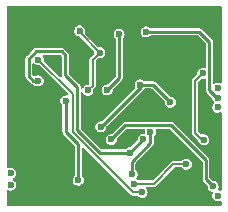
<source format=gbl>
G04 #@! TF.GenerationSoftware,KiCad,Pcbnew,(5.99.0-10483-ga6ad7a4a70)*
G04 #@! TF.CreationDate,2021-05-13T21:14:22+03:00*
G04 #@! TF.ProjectId,hellen1-vr-discrete,68656c6c-656e-4312-9d76-722d64697363,rev?*
G04 #@! TF.SameCoordinates,PX4a19ba0PY5aa5910*
G04 #@! TF.FileFunction,Copper,L2,Bot*
G04 #@! TF.FilePolarity,Positive*
%FSLAX46Y46*%
G04 Gerber Fmt 4.6, Leading zero omitted, Abs format (unit mm)*
G04 Created by KiCad (PCBNEW (5.99.0-10483-ga6ad7a4a70)) date 2021-05-13 21:14:22*
%MOMM*%
%LPD*%
G01*
G04 APERTURE LIST*
G04 #@! TA.AperFunction,ComponentPad*
%ADD10C,0.600000*%
G04 #@! TD*
G04 #@! TA.AperFunction,SMDPad,CuDef*
%ADD11R,18.200000X0.250000*%
G04 #@! TD*
G04 #@! TA.AperFunction,SMDPad,CuDef*
%ADD12R,0.250000X13.650000*%
G04 #@! TD*
G04 #@! TA.AperFunction,SMDPad,CuDef*
%ADD13R,0.250000X1.250000*%
G04 #@! TD*
G04 #@! TA.AperFunction,SMDPad,CuDef*
%ADD14R,0.250000X6.500000*%
G04 #@! TD*
G04 #@! TA.AperFunction,SMDPad,CuDef*
%ADD15R,0.250000X0.350000*%
G04 #@! TD*
G04 #@! TA.AperFunction,SMDPad,CuDef*
%ADD16R,0.250000X6.450000*%
G04 #@! TD*
G04 #@! TA.AperFunction,ViaPad*
%ADD17C,0.600000*%
G04 #@! TD*
G04 #@! TA.AperFunction,Conductor*
%ADD18C,0.250000*%
G04 #@! TD*
G04 #@! TA.AperFunction,Conductor*
%ADD19C,0.200000*%
G04 #@! TD*
G04 APERTURE END LIST*
D10*
G04 #@! TO.P,M1,E1,Thresh_IN*
G04 #@! TO.N,thresh_input*
X17900000Y875000D03*
G04 #@! TO.P,M1,E2,OUT_A*
G04 #@! TO.N,analog_out*
X17900000Y8375000D03*
G04 #@! TO.P,M1,E3,OUT*
G04 #@! TO.N,output*
X17900000Y9175000D03*
G04 #@! TO.P,M1,E4,V5_IN*
G04 #@! TO.N,+5V*
X17900000Y9975000D03*
D11*
G04 #@! TO.P,M1,G,GND*
G04 #@! TO.N,GND*
X9125000Y16800000D03*
X9125000Y150000D03*
D12*
X150000Y10100000D03*
D13*
X150000Y650000D03*
D14*
X18100000Y4625000D03*
D15*
X18100000Y200000D03*
D16*
X18100000Y13700000D03*
D10*
G04 #@! TO.P,M1,W1,VR-*
G04 #@! TO.N,VR-*
X375000Y2775000D03*
G04 #@! TO.P,M1,W2,VR+*
G04 #@! TO.N,VR+*
X375000Y1775000D03*
G04 #@! TD*
D17*
G04 #@! TO.N,GND*
X3500000Y5200000D03*
X11300000Y12900000D03*
X17400000Y14700000D03*
X7200000Y16200000D03*
X2400000Y15100000D03*
X700000Y15200000D03*
X11200000Y11900000D03*
X9800000Y9400000D03*
X10400000Y16400000D03*
X2100000Y4300000D03*
X3100000Y7100000D03*
X5800000Y12800000D03*
X17400000Y7600000D03*
X17000000Y6900000D03*
X11700000Y8300000D03*
X15900000Y13800000D03*
X11492303Y367887D03*
X3749209Y2300000D03*
X10407275Y5843130D03*
X17800000Y2400000D03*
X4500000Y5700000D03*
X800000Y16200000D03*
X2100000Y400000D03*
X7100000Y3900000D03*
X10200000Y7900000D03*
X4900000Y13700000D03*
X15200000Y2100000D03*
X13457300Y13897742D03*
X7957731Y11390581D03*
X12942938Y16358569D03*
X15400000Y8100000D03*
X5400000Y4100000D03*
X400000Y7100000D03*
X12600000Y7900000D03*
X11700000Y7500000D03*
X13683089Y5683089D03*
X4400000Y8100000D03*
X9800000Y10200000D03*
X13900000Y8000000D03*
X2644067Y11424041D03*
X3000000Y14000000D03*
X5100000Y16200000D03*
X1000000Y14200000D03*
X15100000Y7000000D03*
X2100000Y2300000D03*
X2300000Y16300000D03*
X9400000Y15600000D03*
X4400000Y12500000D03*
X3935400Y10200000D03*
X15200000Y16200000D03*
X10200000Y12400000D03*
X17500000Y16200000D03*
G04 #@! TO.N,+5V*
X7900000Y13000000D03*
X5045780Y8900000D03*
X6900000Y9800000D03*
X6200000Y14829220D03*
X6100000Y2200000D03*
G04 #@! TO.N,Vref*
X16725273Y5613621D03*
X16610400Y11233822D03*
X11576808Y5641676D03*
X10430020Y4500000D03*
X2700000Y10600000D03*
G04 #@! TO.N,thresh_low*
X11494618Y1155400D03*
X2700000Y12400000D03*
G04 #@! TO.N,Net-(C757-Pad1)*
X9549233Y14549233D03*
X8530000Y9830000D03*
G04 #@! TO.N,thresh_high*
X8888651Y5635400D03*
X17510399Y1672765D03*
G04 #@! TO.N,output*
X11850000Y14750000D03*
G04 #@! TO.N,analog_out*
X11337500Y10262500D03*
X13900000Y8800000D03*
X8000000Y6700000D03*
G04 #@! TO.N,Net-(R756-Pad2)*
X10644679Y2720780D03*
X12200000Y6231276D03*
G04 #@! TO.N,Net-(R762-Pad1)*
X10800000Y1900000D03*
X15250000Y3550000D03*
G04 #@! TD*
D18*
G04 #@! TO.N,+5V*
X5045780Y8900000D02*
X5045780Y6267590D01*
D19*
X6200000Y14829220D02*
X6200000Y14700000D01*
D18*
X5045780Y6267590D02*
X6100000Y5213370D01*
D19*
X6900000Y9800000D02*
X7300000Y10200000D01*
X7300000Y10200000D02*
X7300000Y12400000D01*
X6200000Y14700000D02*
X7900000Y13000000D01*
X7300000Y12400000D02*
X7900000Y13000000D01*
D18*
X6100000Y5213370D02*
X6100000Y2200000D01*
D19*
G04 #@! TO.N,Vref*
X16711652Y5600000D02*
X16725273Y5613621D01*
D18*
X10435132Y4500000D02*
X10430020Y4500000D01*
X2300000Y10600000D02*
X2700000Y10600000D01*
D19*
X16000000Y6200000D02*
X16600000Y5600000D01*
D18*
X6000000Y6415381D02*
X6000000Y10100000D01*
X7915381Y4500000D02*
X6000000Y6415381D01*
X10430020Y4500000D02*
X7915381Y4500000D01*
X6000000Y10100000D02*
X4989611Y11110389D01*
D19*
X16610400Y11233822D02*
X16000000Y10623422D01*
D18*
X1900000Y11000000D02*
X2300000Y10600000D01*
X11576808Y5641676D02*
X10435132Y4500000D01*
X4683014Y13089611D02*
X2516986Y13089611D01*
D19*
X16000000Y10623422D02*
X16000000Y6200000D01*
D18*
X1900000Y12472625D02*
X1900000Y11000000D01*
X4989611Y12783014D02*
X4683014Y13089611D01*
X4989611Y11110389D02*
X4989611Y12783014D01*
D19*
X16600000Y5600000D02*
X16711652Y5600000D01*
D18*
X2516986Y13089611D02*
X1900000Y12472625D01*
D19*
G04 #@! TO.N,thresh_low*
X11494618Y1155400D02*
X10708975Y1155400D01*
X10708975Y1155400D02*
X5610380Y6253996D01*
X5610380Y6253996D02*
X5610380Y9489620D01*
X5610380Y9489620D02*
X2700000Y12400000D01*
D18*
G04 #@! TO.N,Net-(C757-Pad1)*
X9549233Y14549233D02*
X9549233Y10849233D01*
X9549233Y10849233D02*
X8530000Y9830000D01*
G04 #@! TO.N,thresh_high*
X13979113Y6820887D02*
X10074138Y6820887D01*
X10074138Y6820887D02*
X8888651Y5635400D01*
X16900000Y3900000D02*
X13979113Y6820887D01*
X17510399Y1672765D02*
X16900000Y2283164D01*
X16900000Y2283164D02*
X16900000Y3900000D01*
G04 #@! TO.N,output*
X17200000Y9802375D02*
X17827375Y9175000D01*
X17827375Y9175000D02*
X17900000Y9175000D01*
X11850000Y14750000D02*
X16350000Y14750000D01*
X17200000Y13900000D02*
X17200000Y9802375D01*
X16350000Y14750000D02*
X17200000Y13900000D01*
G04 #@! TO.N,analog_out*
X11400000Y10200000D02*
X11337500Y10262500D01*
X12437500Y10262500D02*
X11337500Y10262500D01*
X13900000Y8800000D02*
X12437500Y10262500D01*
X11400000Y10100000D02*
X11400000Y10200000D01*
X8000000Y6700000D02*
X11400000Y10100000D01*
G04 #@! TO.N,Net-(R756-Pad2)*
X10644679Y3744679D02*
X12200000Y5300000D01*
X12200000Y5300000D02*
X12200000Y6231276D01*
X10644679Y2720780D02*
X10644679Y3744679D01*
D19*
G04 #@! TO.N,Net-(R762-Pad1)*
X12500000Y1900000D02*
X10800000Y1900000D01*
X14150000Y3550000D02*
X12500000Y1900000D01*
X15250000Y3550000D02*
X14150000Y3550000D01*
G04 #@! TD*
G04 #@! TA.AperFunction,Conductor*
G04 #@! TO.N,GND*
G36*
X18184191Y16906093D02*
G01*
X18220155Y16856593D01*
X18225000Y16826000D01*
X18225000Y10496396D01*
X18206093Y10438205D01*
X18156593Y10402241D01*
X18095407Y10402241D01*
X18086554Y10406197D01*
X18086520Y10406111D01*
X18079641Y10408834D01*
X18073239Y10412553D01*
X17936923Y10444149D01*
X17797342Y10434266D01*
X17783252Y10428815D01*
X17673740Y10386449D01*
X17673737Y10386448D01*
X17666837Y10383778D01*
X17650890Y10371206D01*
X17593488Y10350028D01*
X17534600Y10366636D01*
X17496720Y10414685D01*
X17490600Y10448952D01*
X17490600Y13848617D01*
X17490868Y13852272D01*
X17492429Y13856817D01*
X17490670Y13903670D01*
X17490600Y13907383D01*
X17490600Y13926847D01*
X17489776Y13931272D01*
X17489439Y13936469D01*
X17488711Y13955847D01*
X17488368Y13964986D01*
X17484118Y13974877D01*
X17477752Y13995830D01*
X17475781Y14006415D01*
X17462393Y14028135D01*
X17455709Y14041002D01*
X17448398Y14058019D01*
X17448397Y14058021D01*
X17445639Y14064440D01*
X17441542Y14069429D01*
X17437732Y14073239D01*
X17424471Y14090015D01*
X17423780Y14090777D01*
X17418982Y14098561D01*
X17411706Y14104094D01*
X17411705Y14104095D01*
X17396894Y14115357D01*
X17386814Y14124157D01*
X16591815Y14919156D01*
X16589423Y14921927D01*
X16587313Y14926244D01*
X16552947Y14958123D01*
X16550271Y14960700D01*
X16536502Y14974469D01*
X16532787Y14977017D01*
X16528865Y14980462D01*
X16514658Y14993641D01*
X16507955Y14999859D01*
X16499464Y15003247D01*
X16499462Y15003248D01*
X16497953Y15003850D01*
X16478642Y15014161D01*
X16477300Y15015081D01*
X16477299Y15015081D01*
X16469760Y15020253D01*
X16460868Y15022363D01*
X16460866Y15022364D01*
X16444936Y15026144D01*
X16431110Y15030517D01*
X16413909Y15037380D01*
X16413906Y15037381D01*
X16407416Y15039970D01*
X16400991Y15040600D01*
X16395609Y15040600D01*
X16374365Y15043086D01*
X16373334Y15043136D01*
X16364440Y15045247D01*
X16355386Y15044015D01*
X16355383Y15044015D01*
X16336935Y15041504D01*
X16323586Y15040600D01*
X12258416Y15040600D01*
X12200225Y15059507D01*
X12185718Y15072399D01*
X12149263Y15111836D01*
X12144239Y15117271D01*
X12023239Y15187553D01*
X11886923Y15219149D01*
X11747342Y15209266D01*
X11714320Y15196491D01*
X11623740Y15161449D01*
X11623737Y15161448D01*
X11616837Y15158778D01*
X11564185Y15117271D01*
X11512760Y15076731D01*
X11512758Y15076729D01*
X11506947Y15072148D01*
X11502740Y15066061D01*
X11502739Y15066060D01*
X11437210Y14971247D01*
X11427388Y14957035D01*
X11425157Y14949980D01*
X11388182Y14833065D01*
X11385194Y14823618D01*
X11384095Y14683692D01*
X11386215Y14676604D01*
X11386215Y14676602D01*
X11404503Y14615452D01*
X11424188Y14549628D01*
X11428300Y14543474D01*
X11497820Y14439430D01*
X11497822Y14439427D01*
X11501930Y14433280D01*
X11507665Y14428611D01*
X11507666Y14428610D01*
X11604708Y14349605D01*
X11604711Y14349603D01*
X11610445Y14344935D01*
X11740141Y14292403D01*
X11747513Y14291765D01*
X11747515Y14291764D01*
X11830771Y14284554D01*
X11879549Y14280329D01*
X11967162Y14299191D01*
X12009109Y14308222D01*
X12009110Y14308222D01*
X12016345Y14309780D01*
X12138434Y14378153D01*
X12143542Y14383508D01*
X12143545Y14383510D01*
X12186686Y14428734D01*
X12240533Y14457789D01*
X12258320Y14459400D01*
X16188622Y14459400D01*
X16246813Y14440493D01*
X16258626Y14430404D01*
X16880404Y13808626D01*
X16908181Y13754109D01*
X16909400Y13738622D01*
X16909400Y11766073D01*
X16890493Y11707882D01*
X16840993Y11671918D01*
X16783765Y11671918D01*
X16783639Y11671375D01*
X16781296Y11671918D01*
X16777119Y11672886D01*
X16777117Y11672887D01*
X16722125Y11685633D01*
X16647323Y11702971D01*
X16507742Y11693088D01*
X16461456Y11675181D01*
X16384140Y11645271D01*
X16384137Y11645270D01*
X16377237Y11642600D01*
X16324585Y11601093D01*
X16273160Y11560553D01*
X16273158Y11560551D01*
X16267347Y11555970D01*
X16187788Y11440857D01*
X16145594Y11307440D01*
X16145536Y11300042D01*
X16144624Y11183895D01*
X16125260Y11125854D01*
X16115631Y11114668D01*
X15836859Y10835896D01*
X15821857Y10823585D01*
X15808657Y10814765D01*
X15794418Y10793455D01*
X15749998Y10726976D01*
X15748096Y10717413D01*
X15748095Y10717411D01*
X15743903Y10696334D01*
X15729400Y10623422D01*
X15731302Y10613860D01*
X15732498Y10607847D01*
X15734400Y10588533D01*
X15734400Y6234889D01*
X15732498Y6215575D01*
X15729400Y6200000D01*
X15731302Y6190438D01*
X15747387Y6109574D01*
X15749998Y6096446D01*
X15755417Y6088336D01*
X15783792Y6045871D01*
X15784923Y6044178D01*
X15808657Y6008657D01*
X15816767Y6003238D01*
X15821857Y5999837D01*
X15836859Y5987526D01*
X16234372Y5590013D01*
X16256180Y5546360D01*
X16259368Y5547313D01*
X16292948Y5435028D01*
X16299461Y5413249D01*
X16303573Y5407095D01*
X16373093Y5303051D01*
X16373095Y5303048D01*
X16377203Y5296901D01*
X16382938Y5292232D01*
X16382939Y5292231D01*
X16479981Y5213226D01*
X16479984Y5213224D01*
X16485718Y5208556D01*
X16615414Y5156024D01*
X16622786Y5155386D01*
X16622788Y5155385D01*
X16706044Y5148175D01*
X16754822Y5143950D01*
X16882129Y5171358D01*
X16884382Y5171843D01*
X16884383Y5171843D01*
X16891618Y5173401D01*
X16901686Y5179039D01*
X16962731Y5213226D01*
X17013707Y5241774D01*
X17018813Y5247126D01*
X17018815Y5247128D01*
X17087071Y5318680D01*
X17110294Y5343024D01*
X17142309Y5407095D01*
X17169533Y5461579D01*
X17169534Y5461581D01*
X17172840Y5468198D01*
X17187814Y5558158D01*
X17195175Y5602382D01*
X17195175Y5602386D01*
X17195815Y5606229D01*
X17195873Y5613621D01*
X17175069Y5751996D01*
X17114497Y5878137D01*
X17019512Y5980892D01*
X16898512Y6051174D01*
X16762196Y6082770D01*
X16712256Y6079234D01*
X16629995Y6073410D01*
X16629992Y6073409D01*
X16622615Y6072887D01*
X16615715Y6070218D01*
X16615712Y6070217D01*
X16596301Y6062708D01*
X16535208Y6059347D01*
X16490579Y6085036D01*
X16294596Y6281019D01*
X16266819Y6335536D01*
X16265600Y6351023D01*
X16265600Y10472399D01*
X16284507Y10530590D01*
X16294596Y10542403D01*
X16493590Y10741397D01*
X16548107Y10769174D01*
X16572136Y10770024D01*
X16604142Y10767252D01*
X16639949Y10764151D01*
X16776745Y10793602D01*
X16778177Y10794404D01*
X16836523Y10797155D01*
X16887662Y10763564D01*
X16909400Y10701664D01*
X16909400Y9853757D01*
X16909132Y9850102D01*
X16907571Y9845557D01*
X16907914Y9836424D01*
X16909330Y9798705D01*
X16909400Y9794991D01*
X16909400Y9775528D01*
X16910224Y9771103D01*
X16910561Y9765906D01*
X16911187Y9749236D01*
X16911632Y9737389D01*
X16915239Y9728993D01*
X16915240Y9728990D01*
X16915882Y9727497D01*
X16922247Y9706544D01*
X16922544Y9704951D01*
X16922545Y9704948D01*
X16924219Y9695960D01*
X16929016Y9688178D01*
X16937609Y9674237D01*
X16944291Y9661373D01*
X16954361Y9637934D01*
X16958459Y9632946D01*
X16962264Y9629141D01*
X16975529Y9612359D01*
X16976222Y9611595D01*
X16981018Y9603814D01*
X16988293Y9598282D01*
X16988294Y9598281D01*
X17003115Y9587011D01*
X17013195Y9578210D01*
X17405155Y9186249D01*
X17432932Y9131733D01*
X17434045Y9116852D01*
X17434153Y9116092D01*
X17434095Y9108692D01*
X17436215Y9101604D01*
X17436215Y9101602D01*
X17449302Y9057844D01*
X17474188Y8974628D01*
X17478300Y8968474D01*
X17547820Y8864430D01*
X17547822Y8864427D01*
X17551930Y8858280D01*
X17557665Y8853611D01*
X17559121Y8852426D01*
X17560043Y8850998D01*
X17562649Y8848134D01*
X17562172Y8847700D01*
X17592311Y8801025D01*
X17588950Y8739932D01*
X17565984Y8708851D01*
X17567824Y8707123D01*
X17562760Y8701730D01*
X17556947Y8697148D01*
X17552740Y8691061D01*
X17552739Y8691060D01*
X17522950Y8647958D01*
X17477388Y8582035D01*
X17435194Y8448618D01*
X17434095Y8308692D01*
X17474188Y8174628D01*
X17478300Y8168474D01*
X17547820Y8064430D01*
X17547822Y8064427D01*
X17551930Y8058280D01*
X17557665Y8053611D01*
X17557666Y8053610D01*
X17654708Y7974605D01*
X17654711Y7974603D01*
X17660445Y7969935D01*
X17790141Y7917403D01*
X17797513Y7916765D01*
X17797515Y7916764D01*
X17880771Y7909554D01*
X17929549Y7905329D01*
X18017162Y7924191D01*
X18059109Y7933222D01*
X18059110Y7933222D01*
X18066345Y7934780D01*
X18077629Y7941099D01*
X18137638Y7953035D01*
X18193202Y7927418D01*
X18223098Y7874033D01*
X18225000Y7854721D01*
X18225000Y1396396D01*
X18206093Y1338205D01*
X18156593Y1302241D01*
X18095407Y1302241D01*
X18086554Y1306197D01*
X18086520Y1306111D01*
X18079641Y1308834D01*
X18073239Y1312553D01*
X17996085Y1330436D01*
X17943666Y1361994D01*
X17919808Y1418336D01*
X17929879Y1471129D01*
X17954658Y1520720D01*
X17954660Y1520725D01*
X17957966Y1527342D01*
X17974272Y1625306D01*
X17980301Y1661526D01*
X17980301Y1661530D01*
X17980941Y1665373D01*
X17980999Y1672765D01*
X17979116Y1685293D01*
X17961295Y1803823D01*
X17960195Y1811140D01*
X17914616Y1906058D01*
X17902827Y1930609D01*
X17902826Y1930610D01*
X17899623Y1937281D01*
X17804638Y2040036D01*
X17683638Y2110318D01*
X17547322Y2141914D01*
X17503566Y2138816D01*
X17444185Y2153567D01*
X17426570Y2167565D01*
X17219596Y2374539D01*
X17191819Y2429056D01*
X17190600Y2444543D01*
X17190600Y3848618D01*
X17190868Y3852273D01*
X17192429Y3856818D01*
X17190670Y3903671D01*
X17190600Y3907384D01*
X17190600Y3926847D01*
X17189776Y3931272D01*
X17189439Y3936469D01*
X17188711Y3955850D01*
X17188368Y3964986D01*
X17184761Y3973382D01*
X17184760Y3973385D01*
X17184118Y3974878D01*
X17177753Y3995831D01*
X17177456Y3997424D01*
X17177455Y3997427D01*
X17175781Y4006415D01*
X17162391Y4028138D01*
X17155707Y4041006D01*
X17145639Y4064441D01*
X17141541Y4069429D01*
X17137736Y4073234D01*
X17124471Y4090016D01*
X17123778Y4090780D01*
X17118982Y4098561D01*
X17096889Y4115361D01*
X17086810Y4124160D01*
X14220928Y6990043D01*
X14218536Y6992814D01*
X14216426Y6997131D01*
X14182060Y7029010D01*
X14179384Y7031587D01*
X14165615Y7045356D01*
X14161900Y7047904D01*
X14157978Y7051349D01*
X14143771Y7064528D01*
X14137068Y7070746D01*
X14128577Y7074134D01*
X14128575Y7074135D01*
X14127066Y7074737D01*
X14107755Y7085048D01*
X14106413Y7085968D01*
X14106412Y7085968D01*
X14098873Y7091140D01*
X14089981Y7093250D01*
X14089979Y7093251D01*
X14074049Y7097031D01*
X14060223Y7101404D01*
X14043022Y7108267D01*
X14043019Y7108268D01*
X14036529Y7110857D01*
X14030104Y7111487D01*
X14024722Y7111487D01*
X14003478Y7113973D01*
X14002447Y7114023D01*
X13993553Y7116134D01*
X13984499Y7114902D01*
X13984496Y7114902D01*
X13966048Y7112391D01*
X13952699Y7111487D01*
X10125520Y7111487D01*
X10121865Y7111755D01*
X10117320Y7113316D01*
X10070468Y7111557D01*
X10066754Y7111487D01*
X10047291Y7111487D01*
X10042866Y7110663D01*
X10037669Y7110326D01*
X10025775Y7109879D01*
X10009152Y7109255D01*
X9999261Y7105005D01*
X9978309Y7098639D01*
X9967723Y7096668D01*
X9959939Y7091870D01*
X9946003Y7083280D01*
X9933136Y7076596D01*
X9909698Y7066526D01*
X9904709Y7062428D01*
X9900904Y7058623D01*
X9884122Y7045358D01*
X9883358Y7044665D01*
X9875577Y7039869D01*
X9870045Y7032594D01*
X9870044Y7032593D01*
X9858778Y7017777D01*
X9849978Y7007697D01*
X8974588Y6132307D01*
X8920071Y6104530D01*
X8911576Y6103558D01*
X8886658Y6101794D01*
X8785993Y6094666D01*
X8746103Y6079234D01*
X8662391Y6046849D01*
X8662388Y6046848D01*
X8655488Y6044178D01*
X8620717Y6016767D01*
X8551411Y5962131D01*
X8551409Y5962129D01*
X8545598Y5957548D01*
X8541391Y5951461D01*
X8541390Y5951460D01*
X8470245Y5848521D01*
X8466039Y5842435D01*
X8423845Y5709018D01*
X8423787Y5701619D01*
X8423179Y5624161D01*
X8422746Y5569092D01*
X8424866Y5562004D01*
X8424866Y5562002D01*
X8454899Y5461579D01*
X8462839Y5435028D01*
X8466951Y5428874D01*
X8536471Y5324830D01*
X8536473Y5324827D01*
X8540581Y5318680D01*
X8546316Y5314011D01*
X8546317Y5314010D01*
X8643359Y5235005D01*
X8643362Y5235003D01*
X8649096Y5230335D01*
X8778792Y5177803D01*
X8786164Y5177165D01*
X8786166Y5177164D01*
X8869422Y5169954D01*
X8918200Y5165729D01*
X9026913Y5189134D01*
X9047760Y5193622D01*
X9047761Y5193622D01*
X9054996Y5195180D01*
X9177085Y5263553D01*
X9182191Y5268905D01*
X9182193Y5268907D01*
X9237051Y5326414D01*
X9273672Y5364803D01*
X9305687Y5428874D01*
X9332911Y5483358D01*
X9332912Y5483360D01*
X9336218Y5489977D01*
X9349387Y5569092D01*
X9358553Y5624161D01*
X9358553Y5624165D01*
X9359193Y5628008D01*
X9359251Y5635400D01*
X9358672Y5639249D01*
X9358398Y5643127D01*
X9359776Y5643225D01*
X9368941Y5698211D01*
X9386781Y5722560D01*
X10165512Y6501291D01*
X10220029Y6529068D01*
X10235516Y6530287D01*
X11671334Y6530287D01*
X11729525Y6511380D01*
X11765489Y6461880D01*
X11765726Y6401436D01*
X11759984Y6383280D01*
X11738738Y6316099D01*
X11735194Y6304894D01*
X11734446Y6209562D01*
X11734422Y6206543D01*
X11715058Y6148502D01*
X11665278Y6112928D01*
X11627656Y6108625D01*
X11620943Y6109153D01*
X11613731Y6110825D01*
X11474150Y6100942D01*
X11457126Y6094356D01*
X11350548Y6053125D01*
X11350545Y6053124D01*
X11343645Y6050454D01*
X11300913Y6016767D01*
X11239568Y5968407D01*
X11239566Y5968405D01*
X11233755Y5963824D01*
X11229548Y5957737D01*
X11229547Y5957736D01*
X11175989Y5880243D01*
X11154196Y5848711D01*
X11112002Y5715294D01*
X11111317Y5628008D01*
X11111312Y5627385D01*
X11091948Y5569344D01*
X11082319Y5558158D01*
X10521457Y4997296D01*
X10466940Y4969519D01*
X10458452Y4968548D01*
X10327362Y4959266D01*
X10281076Y4941359D01*
X10203760Y4911449D01*
X10203757Y4911448D01*
X10196857Y4908778D01*
X10141912Y4865463D01*
X10092780Y4826731D01*
X10092778Y4826729D01*
X10086967Y4822148D01*
X10085870Y4820561D01*
X10034559Y4792353D01*
X10016010Y4790600D01*
X8076759Y4790600D01*
X8018568Y4809507D01*
X8006755Y4819596D01*
X6319596Y6506756D01*
X6291819Y6561273D01*
X6290600Y6576760D01*
X6290600Y6633692D01*
X7534095Y6633692D01*
X7536215Y6626604D01*
X7536215Y6626602D01*
X7565384Y6529068D01*
X7574188Y6499628D01*
X7578300Y6493474D01*
X7647820Y6389430D01*
X7647822Y6389427D01*
X7651930Y6383280D01*
X7657665Y6378611D01*
X7657666Y6378610D01*
X7754708Y6299605D01*
X7754711Y6299603D01*
X7760445Y6294935D01*
X7890141Y6242403D01*
X7897513Y6241765D01*
X7897515Y6241764D01*
X7980771Y6234554D01*
X8029549Y6230329D01*
X8117162Y6249191D01*
X8159109Y6258222D01*
X8159110Y6258222D01*
X8166345Y6259780D01*
X8288434Y6328153D01*
X8293540Y6333505D01*
X8293542Y6333507D01*
X8341022Y6383280D01*
X8385021Y6429403D01*
X8418194Y6495792D01*
X8444260Y6547958D01*
X8444261Y6547960D01*
X8447567Y6554577D01*
X8470542Y6692608D01*
X8470600Y6700000D01*
X8470021Y6703849D01*
X8469747Y6707727D01*
X8471125Y6707825D01*
X8480290Y6762811D01*
X8498130Y6787160D01*
X10019663Y8308692D01*
X11561001Y9850030D01*
X11582632Y9866403D01*
X11625934Y9890653D01*
X11631042Y9896008D01*
X11631045Y9896010D01*
X11674186Y9941234D01*
X11728033Y9970289D01*
X11745820Y9971900D01*
X12276122Y9971900D01*
X12334313Y9952993D01*
X12346126Y9942904D01*
X13405721Y8883308D01*
X13433498Y8828791D01*
X13434714Y8812527D01*
X13434419Y8774923D01*
X13434095Y8733692D01*
X13436215Y8726604D01*
X13436215Y8726602D01*
X13455572Y8661878D01*
X13474188Y8599628D01*
X13478300Y8593474D01*
X13547820Y8489430D01*
X13547822Y8489427D01*
X13551930Y8483280D01*
X13557665Y8478611D01*
X13557666Y8478610D01*
X13654708Y8399605D01*
X13654711Y8399603D01*
X13660445Y8394935D01*
X13790141Y8342403D01*
X13797513Y8341765D01*
X13797515Y8341764D01*
X13880771Y8334554D01*
X13929549Y8330329D01*
X14017162Y8349191D01*
X14059109Y8358222D01*
X14059110Y8358222D01*
X14066345Y8359780D01*
X14188434Y8428153D01*
X14193540Y8433505D01*
X14193542Y8433507D01*
X14271091Y8514801D01*
X14285021Y8529403D01*
X14317036Y8593474D01*
X14344260Y8647958D01*
X14344261Y8647960D01*
X14347567Y8654577D01*
X14367513Y8774408D01*
X14369902Y8788761D01*
X14369902Y8788765D01*
X14370542Y8792608D01*
X14370600Y8800000D01*
X14349796Y8938375D01*
X14319510Y9001445D01*
X14292428Y9057844D01*
X14292427Y9057845D01*
X14289224Y9064516D01*
X14194239Y9167271D01*
X14073239Y9237553D01*
X13936923Y9269149D01*
X13893167Y9266051D01*
X13833786Y9280802D01*
X13816171Y9294800D01*
X12679315Y10431656D01*
X12676923Y10434427D01*
X12674813Y10438744D01*
X12640447Y10470623D01*
X12637771Y10473200D01*
X12624002Y10486969D01*
X12620287Y10489517D01*
X12616365Y10492962D01*
X12602158Y10506141D01*
X12595455Y10512359D01*
X12586964Y10515747D01*
X12586962Y10515748D01*
X12585453Y10516350D01*
X12566142Y10526661D01*
X12564800Y10527581D01*
X12564799Y10527581D01*
X12557260Y10532753D01*
X12548368Y10534863D01*
X12548366Y10534864D01*
X12532436Y10538644D01*
X12518610Y10543017D01*
X12501409Y10549880D01*
X12501406Y10549881D01*
X12494916Y10552470D01*
X12488491Y10553100D01*
X12483109Y10553100D01*
X12461865Y10555586D01*
X12460834Y10555636D01*
X12451940Y10557747D01*
X12442886Y10556515D01*
X12442883Y10556515D01*
X12424435Y10554004D01*
X12411086Y10553100D01*
X11745916Y10553100D01*
X11687725Y10572007D01*
X11673218Y10584899D01*
X11636763Y10624336D01*
X11631739Y10629771D01*
X11510739Y10700053D01*
X11374423Y10731649D01*
X11234842Y10721766D01*
X11223585Y10717411D01*
X11111240Y10673949D01*
X11111237Y10673948D01*
X11104337Y10671278D01*
X11055761Y10632984D01*
X11000260Y10589231D01*
X11000258Y10589229D01*
X10994447Y10584648D01*
X10990240Y10578561D01*
X10990239Y10578560D01*
X10928615Y10489397D01*
X10914888Y10469535D01*
X10908064Y10447958D01*
X10882346Y10366636D01*
X10872694Y10336118D01*
X10871595Y10196192D01*
X10873716Y10189100D01*
X10903848Y10088342D01*
X10902407Y10027174D01*
X10879003Y9989973D01*
X8085937Y7196907D01*
X8031420Y7169130D01*
X8022925Y7168158D01*
X7998007Y7166394D01*
X7897342Y7159266D01*
X7851056Y7141359D01*
X7773740Y7111449D01*
X7773737Y7111448D01*
X7766837Y7108778D01*
X7716739Y7069284D01*
X7662760Y7026731D01*
X7662758Y7026729D01*
X7656947Y7022148D01*
X7652740Y7016061D01*
X7652739Y7016060D01*
X7636160Y6992072D01*
X7577388Y6907035D01*
X7535194Y6773618D01*
X7535136Y6766219D01*
X7534528Y6688761D01*
X7534095Y6633692D01*
X6290600Y6633692D01*
X6290600Y9549456D01*
X6309507Y9607647D01*
X6359007Y9643611D01*
X6420193Y9643611D01*
X6469693Y9607647D01*
X6473935Y9600475D01*
X6474188Y9599628D01*
X6485331Y9582952D01*
X6547820Y9489430D01*
X6547822Y9489427D01*
X6551930Y9483280D01*
X6557665Y9478611D01*
X6557666Y9478610D01*
X6654708Y9399605D01*
X6654711Y9399603D01*
X6660445Y9394935D01*
X6790141Y9342403D01*
X6797513Y9341765D01*
X6797515Y9341764D01*
X6880771Y9334554D01*
X6929549Y9330329D01*
X7051556Y9356596D01*
X7059109Y9358222D01*
X7059110Y9358222D01*
X7066345Y9359780D01*
X7075679Y9365007D01*
X7181975Y9424536D01*
X7188434Y9428153D01*
X7193540Y9433505D01*
X7193542Y9433507D01*
X7246889Y9489430D01*
X7285021Y9529403D01*
X7319437Y9598281D01*
X7344260Y9647958D01*
X7344261Y9647960D01*
X7347567Y9654577D01*
X7365729Y9763692D01*
X8064095Y9763692D01*
X8066215Y9756604D01*
X8066215Y9756602D01*
X8099783Y9644359D01*
X8104188Y9629628D01*
X8108300Y9623474D01*
X8177820Y9519430D01*
X8177822Y9519427D01*
X8181930Y9513280D01*
X8187665Y9508611D01*
X8187666Y9508610D01*
X8284708Y9429605D01*
X8284711Y9429603D01*
X8290445Y9424935D01*
X8420141Y9372403D01*
X8427513Y9371765D01*
X8427515Y9371764D01*
X8505536Y9365007D01*
X8559549Y9360329D01*
X8647162Y9379191D01*
X8689109Y9388222D01*
X8689110Y9388222D01*
X8696345Y9389780D01*
X8818434Y9458153D01*
X8823540Y9463505D01*
X8823542Y9463507D01*
X8881296Y9524050D01*
X8915021Y9559403D01*
X8949867Y9629141D01*
X8974260Y9677958D01*
X8974261Y9677960D01*
X8977567Y9684577D01*
X8991104Y9765906D01*
X8999902Y9818761D01*
X8999902Y9818765D01*
X9000542Y9822608D01*
X9000600Y9830000D01*
X9000021Y9833849D01*
X8999747Y9837727D01*
X9001127Y9837825D01*
X9010287Y9892805D01*
X9028130Y9917159D01*
X9718389Y10607418D01*
X9721160Y10609810D01*
X9725477Y10611920D01*
X9757356Y10646286D01*
X9759933Y10648962D01*
X9773702Y10662731D01*
X9776250Y10666446D01*
X9779695Y10670368D01*
X9792874Y10684575D01*
X9799092Y10691278D01*
X9802480Y10699769D01*
X9802481Y10699771D01*
X9803083Y10701280D01*
X9813394Y10720591D01*
X9814314Y10721933D01*
X9814314Y10721934D01*
X9819486Y10729473D01*
X9825377Y10754297D01*
X9829750Y10768123D01*
X9836613Y10785324D01*
X9836614Y10785327D01*
X9839203Y10791817D01*
X9839833Y10798242D01*
X9839833Y10803624D01*
X9842319Y10824868D01*
X9842369Y10825899D01*
X9844480Y10834793D01*
X9843248Y10843847D01*
X9843248Y10843850D01*
X9840737Y10862298D01*
X9839833Y10875647D01*
X9839833Y14140009D01*
X9858740Y14198200D01*
X9867199Y14208344D01*
X9896122Y14238663D01*
X9934254Y14278636D01*
X9967384Y14344939D01*
X9993493Y14397191D01*
X9993494Y14397193D01*
X9996800Y14403810D01*
X10019775Y14541841D01*
X10019833Y14549233D01*
X9999029Y14687608D01*
X9938457Y14813749D01*
X9843472Y14916504D01*
X9722472Y14986786D01*
X9586156Y15018382D01*
X9446575Y15008499D01*
X9434558Y15003850D01*
X9322973Y14960682D01*
X9322970Y14960681D01*
X9316070Y14958011D01*
X9266783Y14919156D01*
X9211993Y14875964D01*
X9211991Y14875962D01*
X9206180Y14871381D01*
X9201973Y14865294D01*
X9201972Y14865293D01*
X9131213Y14762912D01*
X9126621Y14756268D01*
X9084427Y14622851D01*
X9083908Y14556719D01*
X9083761Y14537994D01*
X9083328Y14482925D01*
X9085448Y14475837D01*
X9085448Y14475835D01*
X9118390Y14365685D01*
X9123421Y14348861D01*
X9127533Y14342707D01*
X9197053Y14238663D01*
X9197055Y14238660D01*
X9201163Y14232513D01*
X9206899Y14227843D01*
X9206900Y14227842D01*
X9222138Y14215436D01*
X9255327Y14164034D01*
X9258633Y14138663D01*
X9258633Y11010611D01*
X9239726Y10952420D01*
X9229637Y10940607D01*
X8615937Y10326907D01*
X8561420Y10299130D01*
X8552925Y10298158D01*
X8528007Y10296394D01*
X8427342Y10289266D01*
X8407077Y10281426D01*
X8303740Y10241449D01*
X8303737Y10241448D01*
X8296837Y10238778D01*
X8278771Y10224536D01*
X8192760Y10156731D01*
X8192758Y10156729D01*
X8186947Y10152148D01*
X8182740Y10146061D01*
X8182739Y10146060D01*
X8121061Y10056818D01*
X8107388Y10037035D01*
X8089359Y9980027D01*
X8084174Y9963631D01*
X8065194Y9903618D01*
X8065136Y9896219D01*
X8064528Y9818761D01*
X8064095Y9763692D01*
X7365729Y9763692D01*
X7366149Y9766215D01*
X7369902Y9788761D01*
X7369902Y9788765D01*
X7370542Y9792608D01*
X7370600Y9800000D01*
X7367780Y9818761D01*
X7365613Y9833172D01*
X7375659Y9893527D01*
X7393509Y9917894D01*
X7463141Y9987526D01*
X7478143Y9999837D01*
X7483233Y10003238D01*
X7491343Y10008657D01*
X7510305Y10037035D01*
X7550002Y10096445D01*
X7556050Y10126847D01*
X7568698Y10190438D01*
X7570600Y10200000D01*
X7567502Y10215575D01*
X7565600Y10234889D01*
X7565600Y12248977D01*
X7584507Y12307168D01*
X7594596Y12318981D01*
X7783190Y12507575D01*
X7837707Y12535352D01*
X7861736Y12536202D01*
X7893742Y12533430D01*
X7929549Y12530329D01*
X8038267Y12553735D01*
X8059109Y12558222D01*
X8059110Y12558222D01*
X8066345Y12559780D01*
X8188434Y12628153D01*
X8193540Y12633505D01*
X8193542Y12633507D01*
X8266452Y12709938D01*
X8285021Y12729403D01*
X8327342Y12814101D01*
X8344260Y12847958D01*
X8344261Y12847960D01*
X8347567Y12854577D01*
X8360736Y12933692D01*
X8369902Y12988761D01*
X8369902Y12988765D01*
X8370542Y12992608D01*
X8370600Y13000000D01*
X8349796Y13138375D01*
X8289224Y13264516D01*
X8194239Y13367271D01*
X8073239Y13437553D01*
X7936923Y13469149D01*
X7860148Y13463713D01*
X7800768Y13478463D01*
X7783153Y13492462D01*
X6675627Y14599988D01*
X6647850Y14654505D01*
X6647975Y14686247D01*
X6669902Y14817981D01*
X6669902Y14817985D01*
X6670542Y14821828D01*
X6670600Y14829220D01*
X6649796Y14967595D01*
X6602514Y15066060D01*
X6592428Y15087064D01*
X6592427Y15087065D01*
X6589224Y15093736D01*
X6494239Y15196491D01*
X6373239Y15266773D01*
X6236923Y15298369D01*
X6097342Y15288486D01*
X6051056Y15270579D01*
X5973740Y15240669D01*
X5973737Y15240668D01*
X5966837Y15237998D01*
X5914185Y15196491D01*
X5862760Y15155951D01*
X5862758Y15155949D01*
X5856947Y15151368D01*
X5852740Y15145281D01*
X5852739Y15145280D01*
X5782751Y15044015D01*
X5777388Y15036255D01*
X5772995Y15022364D01*
X5744562Y14932458D01*
X5735194Y14902838D01*
X5735136Y14895439D01*
X5734528Y14817981D01*
X5734095Y14762912D01*
X5736215Y14755824D01*
X5736215Y14755822D01*
X5759907Y14676602D01*
X5774188Y14628848D01*
X5778300Y14622694D01*
X5847820Y14518650D01*
X5847822Y14518647D01*
X5851930Y14512500D01*
X5857665Y14507831D01*
X5857666Y14507830D01*
X5954708Y14428825D01*
X5954711Y14428823D01*
X5960445Y14424155D01*
X6090141Y14371623D01*
X6105401Y14370301D01*
X6122754Y14368798D01*
X6179096Y14344939D01*
X6184214Y14340171D01*
X7405997Y13118388D01*
X7433774Y13063871D01*
X7434990Y13047611D01*
X7434241Y12952201D01*
X7434224Y12950073D01*
X7414860Y12892032D01*
X7405231Y12880846D01*
X7136859Y12612474D01*
X7121857Y12600163D01*
X7108657Y12591343D01*
X7094418Y12570033D01*
X7049998Y12503554D01*
X7048096Y12493991D01*
X7048095Y12493989D01*
X7041247Y12459560D01*
X7029400Y12400000D01*
X7031302Y12390438D01*
X7032498Y12384425D01*
X7034400Y12365111D01*
X7034400Y10367471D01*
X7015493Y10309280D01*
X6965993Y10273316D01*
X6936872Y10269871D01*
X6936923Y10269149D01*
X6797342Y10259266D01*
X6786067Y10254904D01*
X6673740Y10211449D01*
X6673737Y10211448D01*
X6666837Y10208778D01*
X6623830Y10174874D01*
X6562760Y10126731D01*
X6562758Y10126729D01*
X6556947Y10122148D01*
X6552740Y10116061D01*
X6552739Y10116060D01*
X6498122Y10037035D01*
X6477388Y10007035D01*
X6476919Y10005551D01*
X6436296Y9963631D01*
X6376022Y9953110D01*
X6321076Y9980027D01*
X6292444Y10034101D01*
X6292156Y10056024D01*
X6292429Y10056818D01*
X6290670Y10103671D01*
X6290600Y10107384D01*
X6290600Y10126847D01*
X6289776Y10131272D01*
X6289439Y10136469D01*
X6288711Y10155847D01*
X6288368Y10164986D01*
X6284118Y10174877D01*
X6277752Y10195830D01*
X6275781Y10206415D01*
X6262393Y10228135D01*
X6255709Y10241002D01*
X6248397Y10258020D01*
X6245639Y10264440D01*
X6241541Y10269429D01*
X6237736Y10273234D01*
X6224471Y10290016D01*
X6223778Y10290780D01*
X6218982Y10298561D01*
X6203900Y10310030D01*
X6196890Y10315360D01*
X6186810Y10324160D01*
X5309207Y11201764D01*
X5281430Y11256281D01*
X5280211Y11271768D01*
X5280211Y12731631D01*
X5280479Y12735286D01*
X5282040Y12739831D01*
X5280281Y12786684D01*
X5280211Y12790397D01*
X5280211Y12809861D01*
X5279387Y12814286D01*
X5279050Y12819483D01*
X5278322Y12838861D01*
X5277979Y12848000D01*
X5273729Y12857891D01*
X5267363Y12878844D01*
X5265392Y12889429D01*
X5252004Y12911149D01*
X5245320Y12924016D01*
X5238009Y12941033D01*
X5238008Y12941035D01*
X5235250Y12947454D01*
X5231153Y12952443D01*
X5227343Y12956253D01*
X5214082Y12973029D01*
X5213391Y12973791D01*
X5208593Y12981575D01*
X5201317Y12987108D01*
X5201316Y12987109D01*
X5186505Y12998371D01*
X5176425Y13007171D01*
X4924829Y13258767D01*
X4922437Y13261538D01*
X4920327Y13265855D01*
X4885961Y13297734D01*
X4883285Y13300311D01*
X4869516Y13314080D01*
X4865801Y13316628D01*
X4861879Y13320073D01*
X4847672Y13333252D01*
X4840969Y13339470D01*
X4832478Y13342858D01*
X4832476Y13342859D01*
X4830967Y13343461D01*
X4811656Y13353772D01*
X4810314Y13354692D01*
X4810313Y13354692D01*
X4802774Y13359864D01*
X4793882Y13361974D01*
X4793880Y13361975D01*
X4777950Y13365755D01*
X4764124Y13370128D01*
X4746923Y13376991D01*
X4746920Y13376992D01*
X4740430Y13379581D01*
X4734005Y13380211D01*
X4728623Y13380211D01*
X4707379Y13382697D01*
X4706348Y13382747D01*
X4697454Y13384858D01*
X4688400Y13383626D01*
X4688397Y13383626D01*
X4669949Y13381115D01*
X4656600Y13380211D01*
X2568368Y13380211D01*
X2564713Y13380479D01*
X2560168Y13382040D01*
X2513316Y13380281D01*
X2509602Y13380211D01*
X2490139Y13380211D01*
X2485714Y13379387D01*
X2480517Y13379050D01*
X2468623Y13378603D01*
X2452000Y13377979D01*
X2442109Y13373729D01*
X2421157Y13367363D01*
X2410571Y13365392D01*
X2402787Y13360594D01*
X2388851Y13352004D01*
X2375984Y13345320D01*
X2352546Y13335250D01*
X2347557Y13331152D01*
X2343752Y13327347D01*
X2326970Y13314082D01*
X2326206Y13313389D01*
X2318425Y13308593D01*
X2312893Y13301318D01*
X2312892Y13301317D01*
X2301626Y13286501D01*
X2292826Y13276421D01*
X2009012Y12992608D01*
X1730844Y12714440D01*
X1728073Y12712048D01*
X1723756Y12709938D01*
X1717541Y12703239D01*
X1717542Y12703239D01*
X1691877Y12675572D01*
X1689300Y12672896D01*
X1675531Y12659127D01*
X1672983Y12655412D01*
X1669540Y12651492D01*
X1650141Y12630580D01*
X1646753Y12622089D01*
X1646752Y12622087D01*
X1646150Y12620578D01*
X1635839Y12601267D01*
X1635082Y12600163D01*
X1629747Y12592385D01*
X1627637Y12583493D01*
X1627636Y12583491D01*
X1623856Y12567561D01*
X1619483Y12553735D01*
X1610030Y12530041D01*
X1609400Y12523616D01*
X1609400Y12518234D01*
X1606914Y12496990D01*
X1606864Y12495959D01*
X1604753Y12487065D01*
X1605985Y12478011D01*
X1605985Y12478008D01*
X1608496Y12459560D01*
X1609400Y12446211D01*
X1609400Y11051382D01*
X1609132Y11047727D01*
X1607571Y11043182D01*
X1607914Y11034049D01*
X1609330Y10996330D01*
X1609400Y10992616D01*
X1609400Y10973153D01*
X1610224Y10968728D01*
X1610561Y10963531D01*
X1611632Y10935014D01*
X1615239Y10926618D01*
X1615240Y10926615D01*
X1615882Y10925122D01*
X1622247Y10904169D01*
X1622544Y10902576D01*
X1622545Y10902573D01*
X1624219Y10893585D01*
X1629016Y10885803D01*
X1637609Y10871862D01*
X1644291Y10858998D01*
X1654361Y10835559D01*
X1658459Y10830571D01*
X1662264Y10826766D01*
X1675529Y10809984D01*
X1676222Y10809220D01*
X1681018Y10801439D01*
X1688293Y10795907D01*
X1688294Y10795906D01*
X1703115Y10784636D01*
X1713195Y10775835D01*
X1889029Y10600000D01*
X2058182Y10430847D01*
X2060577Y10428072D01*
X2062687Y10423756D01*
X2096986Y10391939D01*
X2097053Y10391877D01*
X2099729Y10389300D01*
X2113498Y10375531D01*
X2117213Y10372983D01*
X2121133Y10369540D01*
X2142045Y10350141D01*
X2150536Y10346753D01*
X2150538Y10346752D01*
X2152047Y10346150D01*
X2171358Y10335839D01*
X2172700Y10334919D01*
X2180240Y10329747D01*
X2189132Y10327637D01*
X2189134Y10327636D01*
X2205064Y10323856D01*
X2218890Y10319483D01*
X2236091Y10312620D01*
X2236094Y10312619D01*
X2242584Y10310030D01*
X2249009Y10309400D01*
X2254391Y10309400D01*
X2275633Y10306914D01*
X2276667Y10306863D01*
X2285560Y10304753D01*
X2294013Y10305903D01*
X2350873Y10284305D01*
X2351875Y10283362D01*
X2351930Y10283280D01*
X2352172Y10283083D01*
X2352173Y10283082D01*
X2454708Y10199605D01*
X2454711Y10199603D01*
X2460445Y10194935D01*
X2590141Y10142403D01*
X2597513Y10141765D01*
X2597515Y10141764D01*
X2680771Y10134554D01*
X2729549Y10130329D01*
X2817162Y10149191D01*
X2859109Y10158222D01*
X2859110Y10158222D01*
X2866345Y10159780D01*
X2988434Y10228153D01*
X2993540Y10233505D01*
X2993542Y10233507D01*
X3047448Y10290016D01*
X3085021Y10329403D01*
X3129062Y10417542D01*
X3144260Y10447958D01*
X3144261Y10447960D01*
X3147567Y10454577D01*
X3161839Y10540322D01*
X3169902Y10588761D01*
X3169902Y10588765D01*
X3170542Y10592608D01*
X3170600Y10600000D01*
X3149796Y10738375D01*
X3089224Y10864516D01*
X3082434Y10871862D01*
X2999263Y10961836D01*
X2994239Y10967271D01*
X2873239Y11037553D01*
X2736923Y11069149D01*
X2597342Y11059266D01*
X2576963Y11051382D01*
X2473740Y11011449D01*
X2473737Y11011448D01*
X2466837Y11008778D01*
X2443856Y10990661D01*
X2386454Y10969485D01*
X2327566Y10986094D01*
X2312564Y10998406D01*
X2277137Y11033834D01*
X2219596Y11091375D01*
X2191819Y11145892D01*
X2190600Y11161378D01*
X2190600Y12006364D01*
X2209507Y12064555D01*
X2259007Y12100519D01*
X2320193Y12100519D01*
X2352104Y12083138D01*
X2454708Y11999605D01*
X2454711Y11999603D01*
X2460445Y11994935D01*
X2590141Y11942403D01*
X2597513Y11941765D01*
X2597515Y11941764D01*
X2668804Y11935590D01*
X2729549Y11930329D01*
X2736788Y11931888D01*
X2744168Y11932352D01*
X2744385Y11928909D01*
X2790682Y11924216D01*
X2820755Y11903630D01*
X5192931Y9531454D01*
X5220708Y9476937D01*
X5211137Y9416505D01*
X5167872Y9373240D01*
X5107440Y9363669D01*
X5100573Y9365007D01*
X5082703Y9369149D01*
X4943122Y9359266D01*
X4906717Y9345182D01*
X4819520Y9311449D01*
X4819517Y9311448D01*
X4812617Y9308778D01*
X4762348Y9269149D01*
X4708540Y9226731D01*
X4708538Y9226729D01*
X4702727Y9222148D01*
X4698520Y9216061D01*
X4698519Y9216060D01*
X4629953Y9116852D01*
X4623168Y9107035D01*
X4580974Y8973618D01*
X4579875Y8833692D01*
X4581995Y8826604D01*
X4581995Y8826602D01*
X4617727Y8707123D01*
X4619968Y8699628D01*
X4624080Y8693474D01*
X4693600Y8589430D01*
X4693602Y8589427D01*
X4697710Y8583280D01*
X4703446Y8578610D01*
X4703447Y8578609D01*
X4718685Y8566203D01*
X4751874Y8514801D01*
X4755180Y8489430D01*
X4755180Y6318972D01*
X4754912Y6315317D01*
X4753351Y6310772D01*
X4753946Y6294935D01*
X4755110Y6263920D01*
X4755180Y6260206D01*
X4755180Y6240743D01*
X4756004Y6236318D01*
X4756341Y6231121D01*
X4757412Y6202604D01*
X4761019Y6194208D01*
X4761020Y6194205D01*
X4761662Y6192712D01*
X4768027Y6171759D01*
X4768324Y6170166D01*
X4768325Y6170163D01*
X4769999Y6161175D01*
X4774796Y6153393D01*
X4783389Y6139452D01*
X4790071Y6126588D01*
X4800141Y6103149D01*
X4804239Y6098161D01*
X4808044Y6094356D01*
X4821309Y6077574D01*
X4822002Y6076810D01*
X4826798Y6069029D01*
X4834073Y6063497D01*
X4834074Y6063496D01*
X4848890Y6052230D01*
X4858970Y6043430D01*
X5780404Y5121995D01*
X5808181Y5067478D01*
X5809400Y5051991D01*
X5809400Y2611517D01*
X5790493Y2553326D01*
X5771691Y2533771D01*
X5756947Y2522148D01*
X5752740Y2516061D01*
X5692608Y2429056D01*
X5677388Y2407035D01*
X5675157Y2399980D01*
X5641493Y2293534D01*
X5635194Y2273618D01*
X5635094Y2260875D01*
X5634160Y2141914D01*
X5634095Y2133692D01*
X5636215Y2126604D01*
X5636215Y2126602D01*
X5666017Y2026952D01*
X5674188Y1999628D01*
X5678300Y1993474D01*
X5747820Y1889430D01*
X5747822Y1889427D01*
X5751930Y1883280D01*
X5757665Y1878611D01*
X5757666Y1878610D01*
X5854708Y1799605D01*
X5854711Y1799603D01*
X5860445Y1794935D01*
X5990141Y1742403D01*
X5997513Y1741765D01*
X5997515Y1741764D01*
X6080771Y1734554D01*
X6129549Y1730329D01*
X6217162Y1749191D01*
X6259109Y1758222D01*
X6259110Y1758222D01*
X6266345Y1759780D01*
X6388434Y1828153D01*
X6393540Y1833505D01*
X6393542Y1833507D01*
X6446889Y1889430D01*
X6485021Y1929403D01*
X6517036Y1993474D01*
X6544260Y2047958D01*
X6544261Y2047960D01*
X6547567Y2054577D01*
X6560736Y2133692D01*
X6569902Y2188761D01*
X6569902Y2188765D01*
X6570542Y2192608D01*
X6570600Y2200000D01*
X6566494Y2227314D01*
X6552546Y2320086D01*
X6549796Y2338375D01*
X6489224Y2464516D01*
X6416902Y2542754D01*
X6391286Y2598319D01*
X6390600Y2609955D01*
X6390600Y4859153D01*
X6409507Y4917344D01*
X6459007Y4953308D01*
X6520193Y4953308D01*
X6559604Y4929157D01*
X8554859Y2933901D01*
X10496501Y992259D01*
X10508812Y977257D01*
X10517632Y964057D01*
X10538942Y949818D01*
X10605421Y905398D01*
X10614984Y903496D01*
X10614986Y903495D01*
X10699413Y886702D01*
X10708975Y884800D01*
X10718537Y886702D01*
X10724550Y887898D01*
X10743864Y889800D01*
X11059474Y889800D01*
X11117665Y870893D01*
X11141788Y845803D01*
X11142436Y844833D01*
X11142438Y844830D01*
X11146548Y838680D01*
X11152283Y834011D01*
X11152284Y834010D01*
X11249326Y755005D01*
X11249329Y755003D01*
X11255063Y750335D01*
X11384759Y697803D01*
X11392131Y697165D01*
X11392133Y697164D01*
X11475389Y689954D01*
X11524167Y685729D01*
X11611780Y704591D01*
X11653727Y713622D01*
X11653728Y713622D01*
X11660963Y715180D01*
X11783052Y783553D01*
X11788158Y788905D01*
X11788160Y788907D01*
X11863236Y867608D01*
X11879639Y884803D01*
X11919240Y964057D01*
X11938878Y1003358D01*
X11938879Y1003360D01*
X11942185Y1009977D01*
X11965160Y1148008D01*
X11965218Y1155400D01*
X11961178Y1182275D01*
X11948334Y1267700D01*
X11944414Y1293775D01*
X11893628Y1399536D01*
X11887046Y1413244D01*
X11887045Y1413245D01*
X11883842Y1419916D01*
X11839210Y1468199D01*
X11813594Y1523764D01*
X11825531Y1583774D01*
X11870461Y1625306D01*
X11911908Y1634400D01*
X12465111Y1634400D01*
X12484425Y1632498D01*
X12500000Y1629400D01*
X12509562Y1631302D01*
X12593989Y1648095D01*
X12593991Y1648096D01*
X12603554Y1649998D01*
X12670033Y1694418D01*
X12691343Y1708657D01*
X12700163Y1721857D01*
X12712474Y1736859D01*
X14231019Y3255404D01*
X14285536Y3283181D01*
X14301023Y3284400D01*
X14814856Y3284400D01*
X14873047Y3265493D01*
X14897170Y3240403D01*
X14897818Y3239433D01*
X14897820Y3239430D01*
X14901930Y3233280D01*
X14907665Y3228611D01*
X14907666Y3228610D01*
X15004708Y3149605D01*
X15004711Y3149603D01*
X15010445Y3144935D01*
X15140141Y3092403D01*
X15147513Y3091765D01*
X15147515Y3091764D01*
X15230771Y3084554D01*
X15279549Y3080329D01*
X15367162Y3099191D01*
X15409109Y3108222D01*
X15409110Y3108222D01*
X15416345Y3109780D01*
X15538434Y3178153D01*
X15543540Y3183505D01*
X15543542Y3183507D01*
X15597817Y3240403D01*
X15635021Y3279403D01*
X15697567Y3404577D01*
X15720542Y3542608D01*
X15720600Y3550000D01*
X15699796Y3688375D01*
X15656422Y3778701D01*
X15642428Y3807844D01*
X15642427Y3807845D01*
X15639224Y3814516D01*
X15544239Y3917271D01*
X15423239Y3987553D01*
X15286923Y4019149D01*
X15147342Y4009266D01*
X15139973Y4006415D01*
X15023740Y3961449D01*
X15023737Y3961448D01*
X15016837Y3958778D01*
X14964185Y3917271D01*
X14912760Y3876731D01*
X14912758Y3876729D01*
X14906947Y3872148D01*
X14902741Y3866062D01*
X14902738Y3866059D01*
X14897384Y3858312D01*
X14848745Y3821192D01*
X14815943Y3815600D01*
X14184889Y3815600D01*
X14165575Y3817502D01*
X14159562Y3818698D01*
X14150000Y3820600D01*
X14140438Y3818698D01*
X14056010Y3801905D01*
X14056008Y3801904D01*
X14046445Y3800002D01*
X14014567Y3778701D01*
X13985261Y3759119D01*
X13982142Y3757035D01*
X13958657Y3741343D01*
X13953238Y3733233D01*
X13949837Y3728143D01*
X13937526Y3713141D01*
X12418981Y2194596D01*
X12364464Y2166819D01*
X12348977Y2165600D01*
X11231526Y2165600D01*
X11173335Y2184507D01*
X11158828Y2197399D01*
X11099263Y2261836D01*
X11094239Y2267271D01*
X11087839Y2270988D01*
X11087837Y2270990D01*
X11049025Y2293534D01*
X11008204Y2339110D01*
X11001968Y2399977D01*
X11021922Y2437658D01*
X11020336Y2438772D01*
X11024593Y2444829D01*
X11029700Y2450183D01*
X11062617Y2516061D01*
X11088939Y2568738D01*
X11088940Y2568740D01*
X11092246Y2575357D01*
X11106646Y2661871D01*
X11114581Y2709541D01*
X11114581Y2709545D01*
X11115221Y2713388D01*
X11115279Y2720780D01*
X11094475Y2859155D01*
X11033903Y2985296D01*
X10961581Y3063534D01*
X10935965Y3119099D01*
X10935279Y3130735D01*
X10935279Y3583301D01*
X10954186Y3641492D01*
X10964275Y3653305D01*
X12369156Y5058185D01*
X12371927Y5060577D01*
X12376244Y5062687D01*
X12408123Y5097053D01*
X12410700Y5099729D01*
X12424469Y5113498D01*
X12427017Y5117213D01*
X12430462Y5121135D01*
X12443641Y5135342D01*
X12449859Y5142045D01*
X12453247Y5150536D01*
X12453248Y5150538D01*
X12453850Y5152047D01*
X12464161Y5171358D01*
X12465081Y5172700D01*
X12465081Y5172701D01*
X12470253Y5180240D01*
X12473799Y5195180D01*
X12476144Y5205064D01*
X12480517Y5218890D01*
X12487380Y5236091D01*
X12487381Y5236094D01*
X12489970Y5242584D01*
X12490600Y5249009D01*
X12490600Y5254391D01*
X12493086Y5275635D01*
X12493136Y5276666D01*
X12495247Y5285560D01*
X12494015Y5294614D01*
X12494015Y5294617D01*
X12491504Y5313065D01*
X12490600Y5326414D01*
X12490600Y5822052D01*
X12509507Y5880243D01*
X12517966Y5890387D01*
X12522635Y5895281D01*
X12585021Y5960679D01*
X12624453Y6039595D01*
X12644260Y6079234D01*
X12644261Y6079236D01*
X12647567Y6085853D01*
X12664975Y6190438D01*
X12669902Y6220037D01*
X12669902Y6220041D01*
X12670542Y6223884D01*
X12670600Y6231276D01*
X12649796Y6369651D01*
X12640777Y6388433D01*
X12632632Y6449073D01*
X12661686Y6502920D01*
X12716842Y6529406D01*
X12730021Y6530287D01*
X13817735Y6530287D01*
X13875926Y6511380D01*
X13887739Y6501291D01*
X16580404Y3808625D01*
X16608181Y3754108D01*
X16609400Y3738621D01*
X16609400Y2334546D01*
X16609132Y2330891D01*
X16607571Y2326346D01*
X16607914Y2317213D01*
X16609330Y2279494D01*
X16609400Y2275780D01*
X16609400Y2256317D01*
X16610224Y2251892D01*
X16610561Y2246695D01*
X16611632Y2218178D01*
X16615239Y2209782D01*
X16615240Y2209779D01*
X16615882Y2208286D01*
X16622247Y2187333D01*
X16622544Y2185740D01*
X16622545Y2185737D01*
X16624219Y2176749D01*
X16629016Y2168967D01*
X16637609Y2155026D01*
X16644291Y2142162D01*
X16654361Y2118723D01*
X16658459Y2113735D01*
X16662264Y2109930D01*
X16675529Y2093148D01*
X16676222Y2092384D01*
X16681018Y2084603D01*
X16688293Y2079071D01*
X16688294Y2079070D01*
X16703110Y2067804D01*
X16713190Y2059004D01*
X17016120Y1756074D01*
X17043897Y1701557D01*
X17045113Y1685293D01*
X17044558Y1614666D01*
X17044494Y1606457D01*
X17046614Y1599369D01*
X17046614Y1599367D01*
X17073035Y1511022D01*
X17084587Y1472393D01*
X17088699Y1466239D01*
X17158219Y1362195D01*
X17158221Y1362192D01*
X17162329Y1356045D01*
X17168064Y1351376D01*
X17168065Y1351375D01*
X17265107Y1272370D01*
X17265110Y1272368D01*
X17270844Y1267700D01*
X17400540Y1215168D01*
X17407907Y1214530D01*
X17409094Y1214245D01*
X17461263Y1182275D01*
X17484677Y1125747D01*
X17476396Y1082349D01*
X17477388Y1082035D01*
X17442642Y972167D01*
X17435194Y948618D01*
X17435136Y941219D01*
X17434331Y838680D01*
X17434095Y808692D01*
X17436215Y801604D01*
X17436215Y801602D01*
X17462527Y713622D01*
X17474188Y674628D01*
X17478300Y668474D01*
X17547820Y564430D01*
X17547822Y564427D01*
X17551930Y558280D01*
X17557665Y553611D01*
X17557666Y553610D01*
X17654708Y474605D01*
X17654711Y474603D01*
X17660445Y469935D01*
X17790141Y417403D01*
X17797513Y416765D01*
X17797515Y416764D01*
X17880771Y409554D01*
X17929549Y405329D01*
X18017162Y424191D01*
X18059109Y433222D01*
X18059110Y433222D01*
X18066345Y434780D01*
X18077629Y441099D01*
X18137638Y453035D01*
X18193202Y427418D01*
X18223098Y374033D01*
X18225000Y354721D01*
X18225000Y124000D01*
X18206093Y65809D01*
X18156593Y29845D01*
X18126000Y25000D01*
X124000Y25000D01*
X65809Y43907D01*
X29845Y93407D01*
X25000Y124000D01*
X25000Y1267758D01*
X43907Y1325949D01*
X93407Y1361913D01*
X154593Y1361913D01*
X161165Y1359517D01*
X265141Y1317403D01*
X272513Y1316765D01*
X272515Y1316764D01*
X355771Y1309554D01*
X404549Y1305329D01*
X521168Y1330436D01*
X534109Y1333222D01*
X534110Y1333222D01*
X541345Y1334780D01*
X663434Y1403153D01*
X668540Y1408505D01*
X668542Y1408507D01*
X718777Y1461168D01*
X760021Y1504403D01*
X791294Y1566990D01*
X819260Y1622958D01*
X819261Y1622960D01*
X822567Y1629577D01*
X839337Y1730329D01*
X844902Y1763761D01*
X844902Y1763765D01*
X845542Y1767608D01*
X845600Y1775000D01*
X824796Y1913375D01*
X779556Y2007588D01*
X767428Y2032844D01*
X767427Y2032845D01*
X764224Y2039516D01*
X669239Y2142271D01*
X587804Y2189572D01*
X546983Y2235147D01*
X540746Y2296014D01*
X571477Y2348922D01*
X589155Y2361555D01*
X663434Y2403153D01*
X668540Y2408505D01*
X668542Y2408507D01*
X727155Y2469950D01*
X760021Y2504403D01*
X792491Y2569385D01*
X819260Y2622958D01*
X819261Y2622960D01*
X822567Y2629577D01*
X845542Y2767608D01*
X845600Y2775000D01*
X824796Y2913375D01*
X787651Y2990730D01*
X767428Y3032844D01*
X767427Y3032845D01*
X764224Y3039516D01*
X669239Y3142271D01*
X548239Y3212553D01*
X411923Y3244149D01*
X272342Y3234266D01*
X159719Y3190696D01*
X98627Y3187334D01*
X47226Y3220523D01*
X25000Y3283027D01*
X25000Y16826000D01*
X43907Y16884191D01*
X93407Y16920155D01*
X124000Y16925000D01*
X18126000Y16925000D01*
X18184191Y16906093D01*
G37*
G04 #@! TD.AperFunction*
G04 #@! TA.AperFunction,Conductor*
G36*
X4579827Y12780104D02*
G01*
X4591640Y12770015D01*
X4670015Y12691640D01*
X4697792Y12637123D01*
X4699011Y12621636D01*
X4699011Y11161771D01*
X4698743Y11158116D01*
X4697182Y11153571D01*
X4697525Y11144438D01*
X4698941Y11106719D01*
X4699011Y11103005D01*
X4699011Y11083542D01*
X4699835Y11079117D01*
X4700172Y11073920D01*
X4701243Y11045403D01*
X4704851Y11037004D01*
X4706861Y11028087D01*
X4703485Y11027326D01*
X4707584Y10982759D01*
X4676304Y10930173D01*
X4620090Y10906016D01*
X4560412Y10919515D01*
X4541019Y10934596D01*
X3194066Y12281549D01*
X3166289Y12336066D01*
X3166414Y12367808D01*
X3169902Y12388761D01*
X3169902Y12388765D01*
X3170542Y12392608D01*
X3170600Y12400000D01*
X3149796Y12538375D01*
X3092758Y12657157D01*
X3084613Y12717798D01*
X3113667Y12771645D01*
X3168823Y12798130D01*
X3182002Y12799011D01*
X4521636Y12799011D01*
X4579827Y12780104D01*
G37*
G04 #@! TD.AperFunction*
G04 #@! TD*
M02*

</source>
